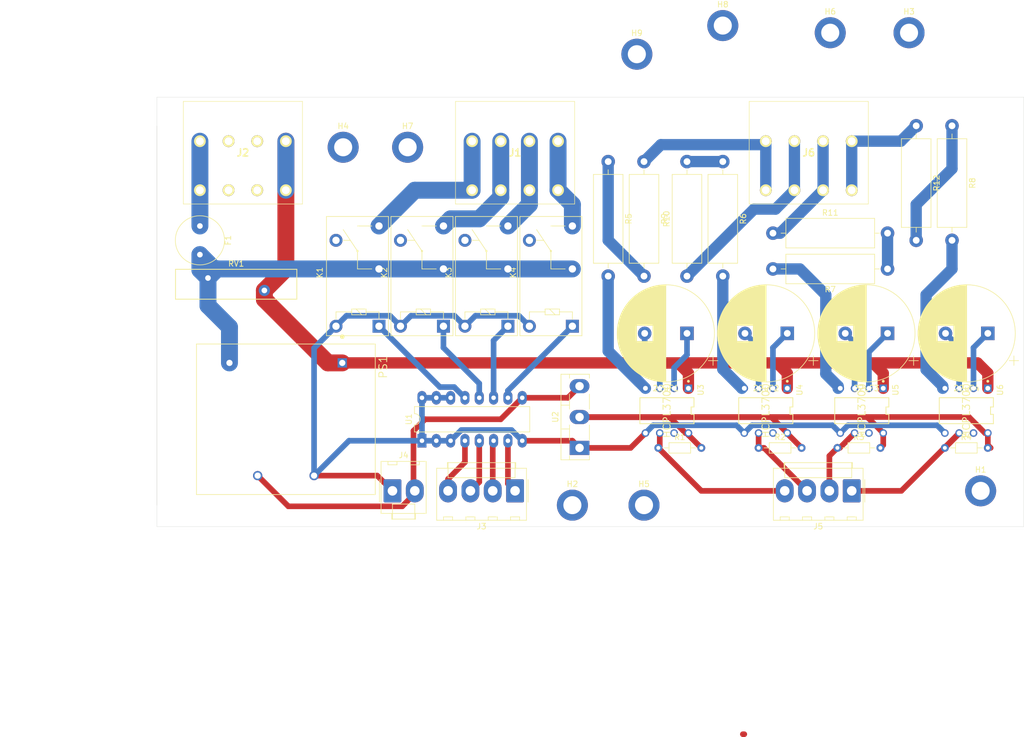
<source format=kicad_pcb>
(kicad_pcb (version 20171130) (host pcbnew "(5.1.6)-1")
  (layers (0 F.Cu signal) (31 B.Cu signal) (34 B.Paste user hide) (35 F.Paste user hide) (36 B.SilkS user hide) (37 F.SilkS user hide) (38 B.Mask user) (39 F.Mask user) (44 Edge.Cuts user))
  (net 0 "")
  (net 1 "220VAC(L)")
  (net 2 "220VAC(N)")
  (net 3 5V+)
  (net 4 "Net-(R5-Pad2)")
  (net 5 "Net-(R6-Pad2)")
  (net 6 3.3V+)
  (net 7 Sens4)
  (net 8 Sens3)
  (net 9 Sens2)
  (net 10 Sens1)
  (net 11 REO4)
  (net 12 REO3)
  (net 13 REO2)
  (net 14 REO1)
  (net 15 GPIO32)
  (net 16 "Net-(22uF1-Pad2)")
  (net 17 "Net-(22uF1-Pad1)")
  (net 18 "Net-(22uF2-Pad2)")
  (net 19 "Net-(22uF2-Pad1)")
  (net 20 "Net-(22uF3-Pad2)")
  (net 21 "Net-(22uF3-Pad1)")
  (net 22 "Net-(22uF4-Pad2)")
  (net 23 "Net-(22uF4-Pad1)")
  (net 24 "Net-(R11-Pad2)")
  (net 25 "Net-(R12-Pad2)")
  (net 26 "GND(5V)")
  (net 27 REI1)
  (net 28 REI2)
  (net 29 REI3)
  (net 30 REI4)
  (net 31 "Net-(F1-Pad1)")
  (net 32 "Net-(J5-Pad4)")
  (net 33 "Net-(J5-Pad3)")
  (net 34 "Net-(J5-Pad2)")
  (net 35 "Net-(J5-Pad1)")
  (net 36 "Net-(J3-Pad4)")
  (net 37 "Net-(J3-Pad3)")
  (net 38 "Net-(J3-Pad2)")
  (net 39 "Net-(J3-Pad1)")
  (net 40 "Net-(R5-Pad1)")
  (net 41 "Net-(R10-Pad2)")
  (net 42 "Net-(R7-Pad2)")
  (net 43 "Net-(R8-Pad2)")
  (module Resistor_THT:R_Axial_DIN0516_L15.5mm_D5.0mm_P20.32mm_Horizontal (layer F.Cu) (at 162.56 16.51 270)
    (fp_text reference R8 (at 10.16 -3.62 90) (layer F.SilkS))
    (fp_text value 47k)
    (pad 2 thru_hole oval (at 20.32 0 270) (size 2.4 2.4) (drill 1.2) (layers *.Cu *.Mask) (net 43 "Net-(R8-Pad2)"))
    (pad 1 thru_hole circle (at 0 0 270) (size 2.4 2.4) (drill 1.2) (layers *.Cu *.Mask) (net 25 "Net-(R12-Pad2)"))
  )
  (module Resistor_THT:R_Axial_DIN0516_L15.5mm_D5.0mm_P20.32mm_Horizontal (layer F.Cu) (at 156.21 16.51 270)
    (fp_text reference R12 (at 10.16 -3.62 90) (layer F.SilkS))
    (fp_text value 47k)
    (pad 2 thru_hole oval (at 20.32 0 270) (size 2.4 2.4) (drill 1.2) (layers *.Cu *.Mask) (net 25 "Net-(R12-Pad2)"))
    (pad 1 thru_hole circle (at 0 0 270) (size 2.4 2.4) (drill 1.2) (layers *.Cu *.Mask) (net 7 Sens4))
  )
  (module Resistor_THT:R_Axial_DIN0516_L15.5mm_D5.0mm_P20.32mm_Horizontal (layer F.Cu) (at 130.81 35.56)
    (fp_text reference R11 (at 10.16 -3.62) (layer F.SilkS))
    (fp_text value 47k)
    (pad 2 thru_hole oval (at 20.32 0) (size 2.4 2.4) (drill 1.2) (layers *.Cu *.Mask) (net 24 "Net-(R11-Pad2)"))
    (pad 1 thru_hole circle (at 0 0) (size 2.4 2.4) (drill 1.2) (layers *.Cu *.Mask) (net 8 Sens3))
  )
  (module Resistor_THT:R_Axial_DIN0516_L15.5mm_D5.0mm_P20.32mm_Horizontal (layer F.Cu) (at 115.57 43.18 90)
    (fp_text reference R10 (at 10.16 -3.62 90) (layer F.SilkS))
    (fp_text value 47k)
    (pad 2 thru_hole oval (at 20.32 0 90) (size 2.4 2.4) (drill 1.2) (layers *.Cu *.Mask) (net 41 "Net-(R10-Pad2)"))
    (pad 1 thru_hole circle (at 0 0 90) (size 2.4 2.4) (drill 1.2) (layers *.Cu *.Mask) (net 9 Sens2))
  )
  (module Resistor_THT:R_Axial_DIN0516_L15.5mm_D5.0mm_P20.32mm_Horizontal (layer F.Cu) (at 107.95 22.86 270)
    (fp_text reference R9 (at 10.16 -3.62 90) (layer F.SilkS))
    (fp_text value 47k)
    (pad 2 thru_hole oval (at 20.32 0 270) (size 2.4 2.4) (drill 1.2) (layers *.Cu *.Mask) (net 40 "Net-(R5-Pad1)"))
    (pad 1 thru_hole circle (at 0 0 270) (size 2.4 2.4) (drill 1.2) (layers *.Cu *.Mask) (net 10 Sens1))
  )
  (module Resistor_THT:R_Axial_DIN0516_L15.5mm_D5.0mm_P20.32mm_Horizontal (layer F.Cu) (at 151.13 41.91 180)
    (fp_text reference R7 (at 10.16 -3.62) (layer F.SilkS))
    (fp_text value 47k)
    (pad 2 thru_hole oval (at 20.32 0 180) (size 2.4 2.4) (drill 1.2) (layers *.Cu *.Mask) (net 42 "Net-(R7-Pad2)"))
    (pad 1 thru_hole circle (at 0 0 180) (size 2.4 2.4) (drill 1.2) (layers *.Cu *.Mask) (net 24 "Net-(R11-Pad2)"))
  )
  (module Resistor_THT:R_Axial_DIN0516_L15.5mm_D5.0mm_P20.32mm_Horizontal (layer F.Cu) (at 121.92 22.86 270)
    (fp_text reference R6 (at 10.16 -3.62 90) (layer F.SilkS))
    (fp_text value 47k)
    (pad 2 thru_hole oval (at 20.32 0 270) (size 2.4 2.4) (drill 1.2) (layers *.Cu *.Mask) (net 5 "Net-(R6-Pad2)"))
    (pad 1 thru_hole circle (at 0 0 270) (size 2.4 2.4) (drill 1.2) (layers *.Cu *.Mask) (net 41 "Net-(R10-Pad2)"))
  )
  (module Resistor_THT:R_Axial_DIN0516_L15.5mm_D5.0mm_P20.32mm_Horizontal (layer F.Cu) (at 101.6 22.86 270)
    (fp_text reference R5 (at 10.16 -3.62 90) (layer F.SilkS))
    (fp_text value 47k)
    (pad 2 thru_hole oval (at 20.32 0 270) (size 2.4 2.4) (drill 1.2) (layers *.Cu *.Mask) (net 4 "Net-(R5-Pad2)"))
    (pad 1 thru_hole circle (at 0 0 270) (size 2.4 2.4) (drill 1.2) (layers *.Cu *.Mask) (net 40 "Net-(R5-Pad1)"))
  )
  (module Package_TO_SOT_THT:TO-218-3_Vertical (layer F.Cu) (at 96.52 73.66 90)
    (fp_text reference U2 (at 5.475 -4.29 90) (layer F.SilkS))
    (fp_text value LD1117S33TR_SOT223)
    (pad 3 thru_hole oval (at 10.95 0 90) (size 2.5 3.5) (drill 1.5) (layers *.Cu *.Mask) (net 3 5V+))
    (pad 2 thru_hole oval (at 5.475 0 90) (size 2.5 3.5) (drill 1.5) (layers *.Cu *.Mask) (net 6 3.3V+))
    (pad 1 thru_hole rect (at 0 0 90) (size 2.5 3.5) (drill 1.5) (layers *.Cu *.Mask) (net 26 "GND(5V)"))
  )
  (module Connector_Molex:Molex_KK-396_A-41791-0004_1x04_P3.96mm_Vertical (layer F.Cu) (at 144.78 81.28 180)
    (fp_text reference J5 (at 5.94 -6.31) (layer F.SilkS))
    (fp_text value Conn_01x04)
    (pad 4 thru_hole oval (at 11.88 0 180) (size 3.16 4.1) (drill 1.7) (layers *.Cu *.Mask) (net 32 "Net-(J5-Pad4)"))
    (pad 3 thru_hole oval (at 7.92 0 180) (size 3.16 4.1) (drill 1.7) (layers *.Cu *.Mask) (net 33 "Net-(J5-Pad3)"))
    (pad 2 thru_hole oval (at 3.96 0 180) (size 3.16 4.1) (drill 1.7) (layers *.Cu *.Mask) (net 34 "Net-(J5-Pad2)"))
    (pad 1 thru_hole roundrect (at 0 0 180) (size 3.16 4.1) (drill 1.7) (layers *.Cu *.Mask) (roundrect_rratio 0.079114) (net 35 "Net-(J5-Pad1)"))
  )
  (module Connector_Molex:Molex_KK-396_A-41791-0004_1x04_P3.96mm_Vertical (layer F.Cu) (at 85.09 81.28 180)
    (fp_text reference J3 (at 5.94 -6.31) (layer F.SilkS))
    (fp_text value Conn_01x04)
    (pad 4 thru_hole oval (at 11.88 0 180) (size 3.16 4.1) (drill 1.7) (layers *.Cu *.Mask) (net 36 "Net-(J3-Pad4)"))
    (pad 3 thru_hole oval (at 7.92 0 180) (size 3.16 4.1) (drill 1.7) (layers *.Cu *.Mask) (net 37 "Net-(J3-Pad3)"))
    (pad 2 thru_hole oval (at 3.96 0 180) (size 3.16 4.1) (drill 1.7) (layers *.Cu *.Mask) (net 38 "Net-(J3-Pad2)"))
    (pad 1 thru_hole roundrect (at 0 0 180) (size 3.16 4.1) (drill 1.7) (layers *.Cu *.Mask) (roundrect_rratio 0.079114) (net 39 "Net-(J3-Pad1)"))
  )
  (module Connector_Molex:Molex_KK-396_A-41791-0002_1x02_P3.96mm_Vertical (layer F.Cu) (at 63.35 81.28)
    (fp_text reference J4 (at 1.98 -6.31) (layer F.SilkS))
    (fp_text value Conn_01x02)
    (pad 2 thru_hole oval (at 3.96 0) (size 3.16 4.1) (drill 1.7) (layers *.Cu *.Mask) (net 3 5V+))
    (pad 1 thru_hole roundrect (at 0 0) (size 3.16 4.1) (drill 1.7) (layers *.Cu *.Mask) (roundrect_rratio 0.079114) (net 26 "GND(5V)"))
  )
  (module Capacitor_THT:CP_Radial_D17.0mm_P7.50mm (layer F.Cu) (at 151.13 53.34 180)
    (fp_text reference 22uF3 (at 3.75 -9.75) (layer F.SilkS))
    (fp_text value CP_Small)
    (pad 2 thru_hole circle (at 7.5 0 180) (size 2.4 2.4) (drill 1.2) (layers *.Cu *.Mask) (net 20 "Net-(22uF3-Pad2)"))
    (pad 1 thru_hole rect (at 0 0 180) (size 2.4 2.4) (drill 1.2) (layers *.Cu *.Mask) (net 21 "Net-(22uF3-Pad1)"))
  )
  (module Capacitor_THT:CP_Radial_D17.0mm_P7.50mm (layer F.Cu) (at 168.91 53.34 180)
    (fp_text reference 22uF4 (at 3.75 -9.75) (layer F.SilkS))
    (fp_text value CP_Small)
    (pad 2 thru_hole circle (at 7.5 0 180) (size 2.4 2.4) (drill 1.2) (layers *.Cu *.Mask) (net 22 "Net-(22uF4-Pad2)"))
    (pad 1 thru_hole rect (at 0 0 180) (size 2.4 2.4) (drill 1.2) (layers *.Cu *.Mask) (net 23 "Net-(22uF4-Pad1)"))
  )
  (module Capacitor_THT:CP_Radial_D17.0mm_P7.50mm (layer F.Cu) (at 133.35 53.34 180)
    (fp_text reference 22uF2 (at 3.75 -9.75) (layer F.SilkS))
    (fp_text value CP_Small)
    (pad 2 thru_hole circle (at 7.5 0 180) (size 2.4 2.4) (drill 1.2) (layers *.Cu *.Mask) (net 18 "Net-(22uF2-Pad2)"))
    (pad 1 thru_hole rect (at 0 0 180) (size 2.4 2.4) (drill 1.2) (layers *.Cu *.Mask) (net 19 "Net-(22uF2-Pad1)"))
  )
  (module Capacitor_THT:CP_Radial_D17.0mm_P7.50mm (layer F.Cu) (at 115.57 53.34 180)
    (fp_text reference 22uF1 (at 3.75 -9.75) (layer F.SilkS))
    (fp_text value CP_Small)
    (pad 2 thru_hole circle (at 7.5 0 180) (size 2.4 2.4) (drill 1.2) (layers *.Cu *.Mask) (net 16 "Net-(22uF1-Pad2)"))
    (pad 1 thru_hole rect (at 0 0 180) (size 2.4 2.4) (drill 1.2) (layers *.Cu *.Mask) (net 17 "Net-(22uF1-Pad1)"))
  )
  (module rac05-05sk:277 (layer F.Cu) (at 44.45 68.58 270)
    (fp_text reference PS1 (at -9.255 -17.239 90) (layer F.SilkS) (effects (font (size 1.4 1.4))))
    (fp_text value RAC05-05SK_277)
    (pad 9 thru_hole circle (at 10 -5 270) (size 1.65 1.65) (drill 1.1) (layers *.Cu *.Mask) (net 26 "GND(5V)"))
    (pad 7 thru_hole circle (at 10 5 270) (size 1.65 1.65) (drill 1.1) (layers *.Cu *.Mask) (net 3 5V+))
    (pad 5 thru_hole circle (at -10 10 270) (size 1.65 1.65) (drill 1.1) (layers *.Cu *.Mask) (net 1 "220VAC(L)"))
    (pad 1 thru_hole rect (at -10 -10 270) (size 1.65 1.65) (drill 1.1) (layers *.Cu *.Mask) (net 2 "220VAC(N)"))
  )
  (module HCPL:ON_Semi-CASE_62605_ISSUE_P-0-0-0 (layer F.Cu) (at 165.1 67.056 270)
    (fp_text reference U6 (at -4.77 -5.995 90) (layer F.SilkS) (effects (justify right)))
    (fp_text value HCPL3700 (at 0 0 90) (layer F.SilkS) (effects (font (size 1.27 1.27))))
    (pad 8 thru_hole circle (at 3.97 -3.81 270) (size 1.35 1.35) (drill 0.85) (layers *.Cu) (net 6 3.3V+))
    (pad 7 thru_hole circle (at 3.97 -1.27 270) (size 1.35 1.35) (drill 0.85) (layers *.Cu))
    (pad 6 thru_hole circle (at 3.97 1.27 270) (size 1.35 1.35) (drill 0.85) (layers *.Cu) (net 35 "Net-(J5-Pad1)"))
    (pad 5 thru_hole circle (at 3.97 3.81 270) (size 1.35 1.35) (drill 0.85) (layers *.Cu) (net 26 "GND(5V)"))
    (pad 4 thru_hole circle (at -3.97 3.81 270) (size 1.35 1.35) (drill 0.85) (layers *.Cu) (net 43 "Net-(R8-Pad2)"))
    (pad 3 thru_hole circle (at -3.97 1.27 270) (size 1.35 1.35) (drill 0.85) (layers *.Cu) (net 22 "Net-(22uF4-Pad2)"))
    (pad 2 thru_hole circle (at -3.97 -1.27 270) (size 1.35 1.35) (drill 0.85) (layers *.Cu) (net 23 "Net-(22uF4-Pad1)"))
    (pad 1 thru_hole rect (at -3.97 -3.81 270) (size 1.35 1.35) (drill 0.85) (layers *.Cu) (net 2 "220VAC(N)"))
  )
  (module HCPL:ON_Semi-CASE_62605_ISSUE_P-0-0-0 (layer F.Cu) (at 146.558 67.056 270)
    (fp_text reference U5 (at -4.77 -5.995 90) (layer F.SilkS) (effects (justify right)))
    (fp_text value HCPL3700 (at 0 0 90) (layer F.SilkS) (effects (font (size 1.27 1.27))))
    (pad 8 thru_hole circle (at 3.97 -3.81 270) (size 1.35 1.35) (drill 0.85) (layers *.Cu) (net 6 3.3V+))
    (pad 7 thru_hole circle (at 3.97 -1.27 270) (size 1.35 1.35) (drill 0.85) (layers *.Cu))
    (pad 6 thru_hole circle (at 3.97 1.27 270) (size 1.35 1.35) (drill 0.85) (layers *.Cu) (net 34 "Net-(J5-Pad2)"))
    (pad 5 thru_hole circle (at 3.97 3.81 270) (size 1.35 1.35) (drill 0.85) (layers *.Cu) (net 26 "GND(5V)"))
    (pad 4 thru_hole circle (at -3.97 3.81 270) (size 1.35 1.35) (drill 0.85) (layers *.Cu) (net 42 "Net-(R7-Pad2)"))
    (pad 3 thru_hole circle (at -3.97 1.27 270) (size 1.35 1.35) (drill 0.85) (layers *.Cu) (net 20 "Net-(22uF3-Pad2)"))
    (pad 2 thru_hole circle (at -3.97 -1.27 270) (size 1.35 1.35) (drill 0.85) (layers *.Cu) (net 21 "Net-(22uF3-Pad1)"))
    (pad 1 thru_hole rect (at -3.97 -3.81 270) (size 1.35 1.35) (drill 0.85) (layers *.Cu) (net 2 "220VAC(N)"))
  )
  (module HCPL:ON_Semi-CASE_62605_ISSUE_P-0-0-0 (layer F.Cu) (at 129.54 67.056 270)
    (fp_text reference U4 (at -4.77 -5.995 90) (layer F.SilkS) (effects (justify right)))
    (fp_text value HCPL3700 (at 0 0 90) (layer F.SilkS) (effects (font (size 1.27 1.27))))
    (pad 8 thru_hole circle (at 3.97 -3.81 270) (size 1.35 1.35) (drill 0.85) (layers *.Cu) (net 6 3.3V+))
    (pad 7 thru_hole circle (at 3.97 -1.27 270) (size 1.35 1.35) (drill 0.85) (layers *.Cu))
    (pad 6 thru_hole circle (at 3.97 1.27 270) (size 1.35 1.35) (drill 0.85) (layers *.Cu) (net 33 "Net-(J5-Pad3)"))
    (pad 5 thru_hole circle (at 3.97 3.81 270) (size 1.35 1.35) (drill 0.85) (layers *.Cu) (net 26 "GND(5V)"))
    (pad 4 thru_hole circle (at -3.97 3.81 270) (size 1.35 1.35) (drill 0.85) (layers *.Cu) (net 5 "Net-(R6-Pad2)"))
    (pad 3 thru_hole circle (at -3.97 1.27 270) (size 1.35 1.35) (drill 0.85) (layers *.Cu) (net 18 "Net-(22uF2-Pad2)"))
    (pad 2 thru_hole circle (at -3.97 -1.27 270) (size 1.35 1.35) (drill 0.85) (layers *.Cu) (net 19 "Net-(22uF2-Pad1)"))
    (pad 1 thru_hole rect (at -3.97 -3.81 270) (size 1.35 1.35) (drill 0.85) (layers *.Cu) (net 2 "220VAC(N)"))
  )
  (module HCPL:ON_Semi-CASE_62605_ISSUE_P-0-0-0 (layer F.Cu) (at 112.014 67.056 270)
    (fp_text reference U3 (at -4.77 -5.995 90) (layer F.SilkS) (effects (justify right)))
    (fp_text value HCPL3700 (at 0 0 90) (layer F.SilkS) (effects (font (size 1.27 1.27))))
    (pad 8 thru_hole circle (at 3.97 -3.81 270) (size 1.35 1.35) (drill 0.85) (layers *.Cu) (net 6 3.3V+))
    (pad 7 thru_hole circle (at 3.97 -1.27 270) (size 1.35 1.35) (drill 0.85) (layers *.Cu))
    (pad 6 thru_hole circle (at 3.97 1.27 270) (size 1.35 1.35) (drill 0.85) (layers *.Cu) (net 32 "Net-(J5-Pad4)"))
    (pad 5 thru_hole circle (at 3.97 3.81 270) (size 1.35 1.35) (drill 0.85) (layers *.Cu) (net 26 "GND(5V)"))
    (pad 4 thru_hole circle (at -3.97 3.81 270) (size 1.35 1.35) (drill 0.85) (layers *.Cu) (net 4 "Net-(R5-Pad2)"))
    (pad 3 thru_hole circle (at -3.97 1.27 270) (size 1.35 1.35) (drill 0.85) (layers *.Cu) (net 16 "Net-(22uF1-Pad2)"))
    (pad 2 thru_hole circle (at -3.97 -1.27 270) (size 1.35 1.35) (drill 0.85) (layers *.Cu) (net 17 "Net-(22uF1-Pad1)"))
    (pad 1 thru_hole rect (at -3.97 -3.81 270) (size 1.35 1.35) (drill 0.85) (layers *.Cu) (net 2 "220VAC(N)"))
  )
  (module Resistor_THT:R_Axial_DIN0204_L3.6mm_D1.6mm_P7.62mm_Horizontal (layer F.Cu) (at 142.24 73.66)
    (fp_text reference R3 (at 3.81 -1.92) (layer F.SilkS))
    (fp_text value 10K)
    (pad 2 thru_hole oval (at 7.62 0) (size 1.4 1.4) (drill 0.7) (layers *.Cu *.Mask) (net 6 3.3V+))
    (pad 1 thru_hole circle (at 0 0) (size 1.4 1.4) (drill 0.7) (layers *.Cu *.Mask) (net 34 "Net-(J5-Pad2)"))
  )
  (module Resistor_THT:R_Axial_DIN0204_L3.6mm_D1.6mm_P7.62mm_Horizontal (layer F.Cu) (at 128.27 73.66)
    (fp_text reference R2 (at 3.81 -1.92) (layer F.SilkS))
    (fp_text value 10K)
    (pad 2 thru_hole oval (at 7.62 0) (size 1.4 1.4) (drill 0.7) (layers *.Cu *.Mask) (net 6 3.3V+))
    (pad 1 thru_hole circle (at 0 0) (size 1.4 1.4) (drill 0.7) (layers *.Cu *.Mask) (net 33 "Net-(J5-Pad3)"))
  )
  (module Resistor_THT:R_Axial_DIN0204_L3.6mm_D1.6mm_P7.62mm_Horizontal (layer F.Cu) (at 110.49 73.66)
    (fp_text reference R1 (at 3.81 -1.92) (layer F.SilkS))
    (fp_text value 10K)
    (pad 2 thru_hole oval (at 7.62 0) (size 1.4 1.4) (drill 0.7) (layers *.Cu *.Mask) (net 6 3.3V+))
    (pad 1 thru_hole circle (at 0 0) (size 1.4 1.4) (drill 0.7) (layers *.Cu *.Mask) (net 32 "Net-(J5-Pad4)"))
  )
  (module Resistor_THT:R_Axial_DIN0204_L3.6mm_D1.6mm_P7.62mm_Horizontal (layer F.Cu) (at 161.29 73.66)
    (fp_text reference R4 (at 3.81 -1.92) (layer F.SilkS))
    (fp_text value 10K)
    (pad 2 thru_hole oval (at 7.62 0) (size 1.4 1.4) (drill 0.7) (layers *.Cu *.Mask) (net 6 3.3V+))
    (pad 1 thru_hole circle (at 0 0) (size 1.4 1.4) (drill 0.7) (layers *.Cu *.Mask) (net 35 "Net-(J5-Pad1)"))
  )
  (module MountingHole:MountingHole_3.2mm_M3_ISO14580_Pad (layer F.Cu) (at 106.68 3.81)
    (fp_text reference H9 (at 0 -3.75) (layer F.SilkS))
    (fp_text value MountingHole_Pad)
    (pad 1 thru_hole circle (at 0 0) (size 5.5 5.5) (drill 3.2) (layers *.Cu *.Mask))
  )
  (module MountingHole:MountingHole_3.2mm_M3_ISO14580_Pad (layer F.Cu) (at 121.92 -1.27)
    (fp_text reference H8 (at 0 -3.75) (layer F.SilkS))
    (fp_text value MountingHole_Pad)
    (pad 1 thru_hole circle (at 0 0) (size 5.5 5.5) (drill 3.2) (layers *.Cu *.Mask))
  )
  (module MountingHole:MountingHole_3.2mm_M3_ISO14580_Pad (layer F.Cu) (at 66.04 20.32)
    (fp_text reference H7 (at 0 -3.75) (layer F.SilkS))
    (fp_text value MountingHole_Pad)
    (pad 1 thru_hole circle (at 0 0) (size 5.5 5.5) (drill 3.2) (layers *.Cu *.Mask))
  )
  (module MountingHole:MountingHole_3.2mm_M3_ISO14580_Pad (layer F.Cu) (at 154.94 0)
    (fp_text reference H3 (at 0 -3.75) (layer F.SilkS))
    (fp_text value MountingHole_Pad)
    (pad 1 thru_hole circle (at 0 0) (size 5.5 5.5) (drill 3.2) (layers *.Cu *.Mask))
  )
  (module MountingHole:MountingHole_3.2mm_M3_ISO14580_Pad (layer F.Cu) (at 140.97 0)
    (fp_text reference H6 (at 0 -3.75) (layer F.SilkS))
    (fp_text value MountingHole_Pad)
    (pad 1 thru_hole circle (at 0 0) (size 5.5 5.5) (drill 3.2) (layers *.Cu *.Mask))
  )
  (module MountingHole:MountingHole_3.2mm_M3_ISO14580_Pad (layer F.Cu) (at 95.25 83.82)
    (fp_text reference H2 (at 0 -3.75) (layer F.SilkS))
    (fp_text value MountingHole_Pad)
    (pad 1 thru_hole circle (at 0 0) (size 5.5 5.5) (drill 3.2) (layers *.Cu *.Mask))
  )
  (module MountingHole:MountingHole_3.2mm_M3_ISO14580_Pad (layer F.Cu) (at 107.95 83.82)
    (fp_text reference H5 (at 0 -3.75) (layer F.SilkS))
    (fp_text value MountingHole_Pad)
    (pad 1 thru_hole circle (at 0 0) (size 5.5 5.5) (drill 3.2) (layers *.Cu *.Mask))
  )
  (module MountingHole:MountingHole_3.2mm_M3_ISO14580_Pad (layer F.Cu) (at 167.64 81.28)
    (fp_text reference H1 (at 0 -3.75) (layer F.SilkS))
    (fp_text value MountingHole_Pad)
    (pad 1 thru_hole circle (at 0 0) (size 5.5 5.5) (drill 3.2) (layers *.Cu *.Mask))
  )
  (module MountingHole:MountingHole_3.2mm_M3_ISO14580_Pad (layer F.Cu) (at 54.61 20.32)
    (fp_text reference H4 (at 0 -3.75) (layer F.SilkS))
    (fp_text value MountingHole_Pad)
    (pad 1 thru_hole circle (at 0 0) (size 5.5 5.5) (drill 3.2) (layers *.Cu *.Mask))
  )
  (module Varistor:RV_Disc_D21.5mm_W5.3mm_P10mm (layer F.Cu) (at 40.64 45.72 180)
    (fp_text reference RV1 (at 5 4.75) (layer F.SilkS))
    (fp_text value Varistor)
    (pad 2 thru_hole circle (at 10 2.2 180) (size 2 2) (drill 1) (layers *.Cu *.Mask) (net 1 "220VAC(L)"))
    (pad 1 thru_hole circle (at 0 0 180) (size 2 2) (drill 1) (layers *.Cu *.Mask) (net 2 "220VAC(N)"))
  )
  (module Fuse:Fuse_Littelfuse_372_D8.50mm (layer F.Cu) (at 29.21 34.29 270)
    (fp_text reference F1 (at 2.54 -5 90) (layer F.SilkS))
    (fp_text value Fuse)
    (pad 2 thru_hole circle (at 5.08 0 270) (size 2 2) (drill 1) (layers *.Cu *.Mask) (net 1 "220VAC(L)"))
    (pad 1 thru_hole circle (at 0 0 270) (size 2 2) (drill 1) (layers *.Cu *.Mask) (net 31 "Net-(F1-Pad1)"))
  )
  (module Relay_THT:Relay_SPDT_Omron-G5Q-1 (layer F.Cu) (at 60.96 52.07 90)
    (fp_text reference K1 (at 9.5 -10.5 270) (layer F.SilkS))
    (fp_text value G5Q-1)
    (pad 5 thru_hole circle (at 0 -7.62 270) (size 2.3 2.3) (drill 1.3) (layers *.Cu *.Mask) (net 26 "GND(5V)"))
    (pad 4 thru_hole circle (at 15.24 -7.62 270) (size 2.3 2.3) (drill 1.3) (layers *.Cu *.Mask))
    (pad 3 thru_hole circle (at 17.78 0 270) (size 2.3 2.3) (drill 1.3) (layers *.Cu *.Mask) (net 14 REO1))
    (pad 2 thru_hole circle (at 10.16 0 270) (size 2.3 2.3) (drill 1.3) (layers *.Cu *.Mask) (net 1 "220VAC(L)"))
    (pad 1 thru_hole rect (at 0 0 270) (size 2.3 2.3) (drill 1.3) (layers *.Cu *.Mask) (net 27 REI1))
  )
  (module Relay_THT:Relay_SPDT_Omron-G5Q-1 (layer F.Cu) (at 72.39 52.07 90)
    (fp_text reference K2 (at 9.5 -10.5 270) (layer F.SilkS))
    (fp_text value G5Q-1)
    (pad 5 thru_hole circle (at 0 -7.62 270) (size 2.3 2.3) (drill 1.3) (layers *.Cu *.Mask) (net 26 "GND(5V)"))
    (pad 4 thru_hole circle (at 15.24 -7.62 270) (size 2.3 2.3) (drill 1.3) (layers *.Cu *.Mask))
    (pad 3 thru_hole circle (at 17.78 0 270) (size 2.3 2.3) (drill 1.3) (layers *.Cu *.Mask) (net 13 REO2))
    (pad 2 thru_hole circle (at 10.16 0 270) (size 2.3 2.3) (drill 1.3) (layers *.Cu *.Mask) (net 1 "220VAC(L)"))
    (pad 1 thru_hole rect (at 0 0 270) (size 2.3 2.3) (drill 1.3) (layers *.Cu *.Mask) (net 28 REI2))
  )
  (module Relay_THT:Relay_SPDT_Omron-G5Q-1 (layer F.Cu) (at 95.25 52.07 90)
    (fp_text reference K4 (at 9.5 -10.5 270) (layer F.SilkS))
    (fp_text value G5Q-1)
    (pad 5 thru_hole circle (at 0 -7.62 270) (size 2.3 2.3) (drill 1.3) (layers *.Cu *.Mask) (net 26 "GND(5V)"))
    (pad 4 thru_hole circle (at 15.24 -7.62 270) (size 2.3 2.3) (drill 1.3) (layers *.Cu *.Mask))
    (pad 3 thru_hole circle (at 17.78 0 270) (size 2.3 2.3) (drill 1.3) (layers *.Cu *.Mask) (net 11 REO4))
    (pad 2 thru_hole circle (at 10.16 0 270) (size 2.3 2.3) (drill 1.3) (layers *.Cu *.Mask) (net 1 "220VAC(L)"))
    (pad 1 thru_hole rect (at 0 0 270) (size 2.3 2.3) (drill 1.3) (layers *.Cu *.Mask) (net 30 REI4))
  )
  (module Relay_THT:Relay_SPDT_Omron-G5Q-1 (layer F.Cu) (at 83.82 52.07 90)
    (fp_text reference K3 (at 9.5 -10.5 270) (layer F.SilkS))
    (fp_text value G5Q-1)
    (pad 5 thru_hole circle (at 0 -7.62 270) (size 2.3 2.3) (drill 1.3) (layers *.Cu *.Mask) (net 26 "GND(5V)"))
    (pad 4 thru_hole circle (at 15.24 -7.62 270) (size 2.3 2.3) (drill 1.3) (layers *.Cu *.Mask))
    (pad 3 thru_hole circle (at 17.78 0 270) (size 2.3 2.3) (drill 1.3) (layers *.Cu *.Mask) (net 12 REO3))
    (pad 2 thru_hole circle (at 10.16 0 270) (size 2.3 2.3) (drill 1.3) (layers *.Cu *.Mask) (net 1 "220VAC(L)"))
    (pad 1 thru_hole rect (at 0 0 270) (size 2.3 2.3) (drill 1.3) (layers *.Cu *.Mask) (net 29 REI3))
  )
  (module Package_DIP:DIP-16_W7.62mm_LongPads (layer F.Cu) (at 68.58 72.39 90)
    (fp_text reference U1 (at 3.81 -2.33 90) (layer F.SilkS))
    (fp_text value ULN2003A)
    (pad 1 thru_hole rect (at 0 0 90) (size 2.4 1.6) (drill 0.8) (layers *.Cu *.Mask) (net 26 "GND(5V)"))
    (pad 9 thru_hole oval (at 7.62 17.78 90) (size 2.4 1.6) (drill 0.8) (layers *.Cu *.Mask) (net 3 5V+))
    (pad 2 thru_hole oval (at 0 2.54 90) (size 2.4 1.6) (drill 0.8) (layers *.Cu *.Mask) (net 26 "GND(5V)"))
    (pad 10 thru_hole oval (at 7.62 15.24 90) (size 2.4 1.6) (drill 0.8) (layers *.Cu *.Mask) (net 30 REI4))
    (pad 3 thru_hole oval (at 0 5.08 90) (size 2.4 1.6) (drill 0.8) (layers *.Cu *.Mask) (net 26 "GND(5V)"))
    (pad 11 thru_hole oval (at 7.62 12.7 90) (size 2.4 1.6) (drill 0.8) (layers *.Cu *.Mask) (net 29 REI3))
    (pad 4 thru_hole oval (at 0 7.62 90) (size 2.4 1.6) (drill 0.8) (layers *.Cu *.Mask) (net 36 "Net-(J3-Pad4)"))
    (pad 12 thru_hole oval (at 7.62 10.16 90) (size 2.4 1.6) (drill 0.8) (layers *.Cu *.Mask) (net 28 REI2))
    (pad 5 thru_hole oval (at 0 10.16 90) (size 2.4 1.6) (drill 0.8) (layers *.Cu *.Mask) (net 37 "Net-(J3-Pad3)"))
    (pad 13 thru_hole oval (at 7.62 7.62 90) (size 2.4 1.6) (drill 0.8) (layers *.Cu *.Mask) (net 27 REI1))
    (pad 6 thru_hole oval (at 0 12.7 90) (size 2.4 1.6) (drill 0.8) (layers *.Cu *.Mask) (net 38 "Net-(J3-Pad2)"))
    (pad 14 thru_hole oval (at 7.62 5.08 90) (size 2.4 1.6) (drill 0.8) (layers *.Cu *.Mask) (net 26 "GND(5V)"))
    (pad 7 thru_hole oval (at 0 15.24 90) (size 2.4 1.6) (drill 0.8) (layers *.Cu *.Mask) (net 39 "Net-(J3-Pad1)"))
    (pad 15 thru_hole oval (at 7.62 2.54 90) (size 2.4 1.6) (drill 0.8) (layers *.Cu *.Mask) (net 26 "GND(5V)"))
    (pad 8 thru_hole oval (at 0 17.78 90) (size 2.4 1.6) (drill 0.8) (layers *.Cu *.Mask) (net 26 "GND(5V)"))
    (pad 16 thru_hole oval (at 7.62 0 90) (size 2.4 1.6) (drill 0.8) (layers *.Cu *.Mask) (net 26 "GND(5V)"))
  )
  (module Phoenix_Conn:1017505 (layer F.Cu) (at 144.78 27.94 180)
    (fp_text reference J6 (at 7.62 6.65) (layer F.SilkS) (effects (font (size 1.27 1.27) (thickness 0.254))))
    (fp_text value 1017505 hide)
    (pad 8 thru_hole circle (at 15.24 8.7 270) (size 2.1 2.1) (drill 1.4) (layers *.Cu *.Mask F.SilkS) (net 10 Sens1))
    (pad 7 thru_hole circle (at 15.24 0 270) (size 2.1 2.1) (drill 1.4) (layers *.Cu *.Mask F.SilkS) (net 10 Sens1))
    (pad 6 thru_hole circle (at 10.16 8.7 270) (size 2.1 2.1) (drill 1.4) (layers *.Cu *.Mask F.SilkS) (net 9 Sens2))
    (pad 5 thru_hole circle (at 10.16 0 270) (size 2.1 2.1) (drill 1.4) (layers *.Cu *.Mask F.SilkS) (net 9 Sens2))
    (pad 4 thru_hole circle (at 5.08 8.7 270) (size 2.1 2.1) (drill 1.4) (layers *.Cu *.Mask F.SilkS) (net 8 Sens3))
    (pad 3 thru_hole circle (at 5.08 0 270) (size 2.1 2.1) (drill 1.4) (layers *.Cu *.Mask F.SilkS) (net 8 Sens3))
    (pad 2 thru_hole circle (at 0 8.7 270) (size 2.1 2.1) (drill 1.4) (layers *.Cu *.Mask F.SilkS) (net 7 Sens4))
    (pad 1 thru_hole circle (at 0 0 270) (size 2.1 2.1) (drill 1.4) (layers *.Cu *.Mask F.SilkS) (net 7 Sens4))
  )
  (module Phoenix_Conn:1017505 (layer F.Cu) (at 44.45 27.94 180)
    (fp_text reference J2 (at 7.62 6.65) (layer F.SilkS) (effects (font (size 1.27 1.27) (thickness 0.254))))
    (fp_text value 1017505 hide)
    (pad 8 thru_hole circle (at 15.24 8.7 270) (size 2.1 2.1) (drill 1.4) (layers *.Cu *.Mask F.SilkS) (net 31 "Net-(F1-Pad1)"))
    (pad 7 thru_hole circle (at 15.24 0 270) (size 2.1 2.1) (drill 1.4) (layers *.Cu *.Mask F.SilkS) (net 31 "Net-(F1-Pad1)"))
    (pad 6 thru_hole circle (at 10.16 8.7 270) (size 2.1 2.1) (drill 1.4) (layers *.Cu *.Mask F.SilkS))
    (pad 5 thru_hole circle (at 10.16 0 270) (size 2.1 2.1) (drill 1.4) (layers *.Cu *.Mask F.SilkS))
    (pad 4 thru_hole circle (at 5.08 8.7 270) (size 2.1 2.1) (drill 1.4) (layers *.Cu *.Mask F.SilkS))
    (pad 3 thru_hole circle (at 5.08 0 270) (size 2.1 2.1) (drill 1.4) (layers *.Cu *.Mask F.SilkS))
    (pad 2 thru_hole circle (at 0 8.7 270) (size 2.1 2.1) (drill 1.4) (layers *.Cu *.Mask F.SilkS) (net 2 "220VAC(N)"))
    (pad 1 thru_hole circle (at 0 0 270) (size 2.1 2.1) (drill 1.4) (layers *.Cu *.Mask F.SilkS) (net 2 "220VAC(N)"))
  )
  (module Phoenix_Conn:1017505 (layer F.Cu) (at 92.71 27.94 180)
    (fp_text reference J1 (at 7.62 6.65) (layer F.SilkS) (effects (font (size 1.27 1.27) (thickness 0.254))))
    (fp_text value 1017505 hide)
    (pad 8 thru_hole circle (at 15.24 8.7 270) (size 2.1 2.1) (drill 1.4) (layers *.Cu *.Mask F.SilkS) (net 14 REO1))
    (pad 7 thru_hole circle (at 15.24 0 270) (size 2.1 2.1) (drill 1.4) (layers *.Cu *.Mask F.SilkS) (net 14 REO1))
    (pad 6 thru_hole circle (at 10.16 8.7 270) (size 2.1 2.1) (drill 1.4) (layers *.Cu *.Mask F.SilkS) (net 13 REO2))
    (pad 5 thru_hole circle (at 10.16 0 270) (size 2.1 2.1) (drill 1.4) (layers *.Cu *.Mask F.SilkS) (net 13 REO2))
    (pad 4 thru_hole circle (at 5.08 8.7 270) (size 2.1 2.1) (drill 1.4) (layers *.Cu *.Mask F.SilkS) (net 12 REO3))
    (pad 3 thru_hole circle (at 5.08 0 270) (size 2.1 2.1) (drill 1.4) (layers *.Cu *.Mask F.SilkS) (net 12 REO3))
    (pad 2 thru_hole circle (at 0 8.7 270) (size 2.1 2.1) (drill 1.4) (layers *.Cu *.Mask F.SilkS) (net 11 REO4))
    (pad 1 thru_hole circle (at 0 0 270) (size 2.1 2.1) (drill 1.4) (layers *.Cu *.Mask F.SilkS) (net 11 REO4))
  )
  (gr_line (start 21.59 87.63) (end 21.59 11.43) (layer Edge.Cuts) (width 0.05))
  (gr_line (start 175.26 11.43) (end 21.59 11.43) (layer Edge.Cuts) (width 0.05))
  (gr_line (start 21.59 87.63) (end 175.26 87.63) (layer Edge.Cuts) (width 0.05))
  (gr_line (start 175.26 87.63) (end 175.26 11.43) (layer Edge.Cuts) (width 0.05))
  (gr_line (start 21.59 16.51) (end 21.59 83.82) (layer Edge.Cuts) (width 0.05))
  (segment (start 29.21 42.09) (end 30.64 43.52) (width 3) (layer B.Cu) (net 1))
  (segment (start 29.21 39.37) (end 29.21 42.09) (width 3) (layer B.Cu) (net 1))
  (segment (start 30.64 43.52) (end 32.25 41.91) (width 3) (layer B.Cu) (net 1))
  (segment (start 31.75 41.91) (end 32.25 41.91) (width 3) (layer B.Cu) (net 1))
  (segment (start 29.21 39.37) (end 31.75 41.91) (width 3) (layer B.Cu) (net 1))
  (segment (start 30.64 43.52) (end 30.64 48.42) (width 3) (layer B.Cu) (net 1))
  (segment (start 34.45 52.23) (end 34.45 58.58) (width 3) (layer B.Cu) (net 1))
  (segment (start 30.64 48.42) (end 34.45 52.23) (width 3) (layer B.Cu) (net 1))
  (segment (start 31.75 41.91) (end 95.25 41.91) (width 3) (layer B.Cu) (net 1))
  (segment (start 44.45 19.24) (end 44.45 27.94) (width 3) (layer B.Cu) (net 2))
  (segment (start 44.45 41.91) (end 40.64 45.72) (width 3) (layer F.Cu) (net 2))
  (segment (start 44.45 19.24) (end 44.45 41.91) (width 3) (layer F.Cu) (net 2))
  (segment (start 40.64 47.31) (end 51.91 58.58) (width 3) (layer F.Cu) (net 2))
  (segment (start 40.64 45.72) (end 40.64 47.31) (width 3) (layer F.Cu) (net 2))
  (segment (start 51.91 58.58) (end 54.45 58.58) (width 3) (layer F.Cu) (net 2))
  (segment (start 115.824 60.411) (end 115.824 63.086) (width 2) (layer F.Cu) (net 2))
  (segment (start 113.993 58.58) (end 115.824 60.411) (width 2) (layer F.Cu) (net 2))
  (segment (start 131.519 58.58) (end 133.35 60.411) (width 2) (layer F.Cu) (net 2))
  (segment (start 111.92 58.58) (end 131.519 58.58) (width 2) (layer F.Cu) (net 2))
  (segment (start 133.35 60.411) (end 133.35 63.086) (width 2) (layer F.Cu) (net 2))
  (segment (start 111.92 58.58) (end 113.993 58.58) (width 2) (layer F.Cu) (net 2))
  (segment (start 54.45 58.58) (end 111.92 58.58) (width 2) (layer F.Cu) (net 2))
  (segment (start 150.368 60.411) (end 150.368 63.086) (width 2) (layer F.Cu) (net 2))
  (segment (start 148.537 58.58) (end 150.368 60.411) (width 2) (layer F.Cu) (net 2))
  (segment (start 131.519 58.58) (end 148.537 58.58) (width 2) (layer F.Cu) (net 2))
  (segment (start 168.91 60.411) (end 168.91 63.086) (width 2) (layer F.Cu) (net 2))
  (segment (start 167.079 58.58) (end 168.91 60.411) (width 2) (layer F.Cu) (net 2))
  (segment (start 148.537 58.58) (end 167.079 58.58) (width 2) (layer F.Cu) (net 2))
  (segment (start 67.079999 70.629999) (end 69.129998 68.58) (width 1) (layer F.Cu) (net 3))
  (segment (start 82.55 68.58) (end 86.36 64.77) (width 1) (layer F.Cu) (net 3))
  (segment (start 69.129998 68.58) (end 82.55 68.58) (width 1) (layer F.Cu) (net 3))
  (segment (start 94.46 64.77) (end 96.52 62.71) (width 1) (layer F.Cu) (net 3))
  (segment (start 86.36 64.77) (end 94.46 64.77) (width 1) (layer F.Cu) (net 3))
  (segment (start 67.079999 81.049999) (end 67.079999 70.629999) (width 1) (layer F.Cu) (net 3))
  (segment (start 67.31 81.28) (end 67.079999 81.049999) (width 1) (layer F.Cu) (net 3))
  (segment (start 67.31 81.79352) (end 67.31 81.28) (width 1) (layer F.Cu) (net 3))
  (segment (start 65.07351 84.03001) (end 67.31 81.79352) (width 1) (layer F.Cu) (net 3))
  (segment (start 44.90001 84.03001) (end 65.07351 84.03001) (width 1) (layer F.Cu) (net 3))
  (segment (start 39.45 78.58) (end 44.90001 84.03001) (width 1) (layer F.Cu) (net 3))
  (segment (start 101.6 56.482) (end 107.014 61.896) (width 2) (layer B.Cu) (net 4))
  (segment (start 101.6 43.18) (end 101.6 56.482) (width 2) (layer B.Cu) (net 4))
  (segment (start 104.14 59.022) (end 107.014 61.896) (width 2) (layer B.Cu) (net 4))
  (segment (start 107.014 61.896) (end 108.204 63.086) (width 2) (layer B.Cu) (net 4))
  (segment (start 125.294999 63.064999) (end 125.294999 63.086) (width 2) (layer B.Cu) (net 5))
  (segment (start 121.92 43.18) (end 121.92 59.69) (width 2) (layer B.Cu) (net 5))
  (segment (start 121.92 59.69) (end 125.294999 63.064999) (width 2) (layer B.Cu) (net 5))
  (segment (start 112.478002 68.185) (end 115.319002 71.026) (width 1) (layer F.Cu) (net 6))
  (segment (start 115.319002 71.026) (end 115.824 71.026) (width 1) (layer F.Cu) (net 6))
  (segment (start 96.52 68.185) (end 112.478002 68.185) (width 1) (layer F.Cu) (net 6))
  (segment (start 115.824 71.374) (end 118.11 73.66) (width 1) (layer F.Cu) (net 6))
  (segment (start 115.824 71.026) (end 115.824 71.374) (width 1) (layer F.Cu) (net 6))
  (segment (start 130.509 68.185) (end 133.35 71.026) (width 1) (layer F.Cu) (net 6))
  (segment (start 96.52 68.185) (end 130.509 68.185) (width 1) (layer F.Cu) (net 6))
  (segment (start 147.527 68.185) (end 150.368 71.026) (width 1) (layer F.Cu) (net 6))
  (segment (start 96.52 68.185) (end 147.527 68.185) (width 1) (layer F.Cu) (net 6))
  (segment (start 168.405002 71.026) (end 168.91 71.026) (width 1) (layer F.Cu) (net 6))
  (segment (start 165.564002 68.185) (end 168.405002 71.026) (width 1) (layer F.Cu) (net 6))
  (segment (start 96.52 68.185) (end 165.564002 68.185) (width 1) (layer F.Cu) (net 6))
  (segment (start 168.91 73.152) (end 169.418 73.66) (width 1) (layer F.Cu) (net 6))
  (segment (start 168.91 71.026) (end 168.91 73.152) (width 1) (layer F.Cu) (net 6))
  (segment (start 133.35 71.12) (end 135.89 73.66) (width 1) (layer F.Cu) (net 6))
  (segment (start 133.35 71.026) (end 133.35 71.12) (width 1) (layer F.Cu) (net 6))
  (segment (start 150.368 73.152) (end 149.86 73.66) (width 1) (layer F.Cu) (net 6))
  (segment (start 150.368 71.026) (end 150.368 73.152) (width 1) (layer F.Cu) (net 6))
  (segment (start 144.78 19.24) (end 144.78 27.94) (width 2) (layer B.Cu) (net 7))
  (segment (start 153.48 19.24) (end 156.21 16.51) (width 2) (layer B.Cu) (net 7))
  (segment (start 144.78 19.24) (end 153.48 19.24) (width 2) (layer B.Cu) (net 7))
  (segment (start 139.7 27.94) (end 139.7 19.24) (width 2) (layer B.Cu) (net 8))
  (segment (start 132.08 35.56) (end 130.81 35.56) (width 2) (layer B.Cu) (net 8))
  (segment (start 139.7 27.94) (end 132.08 35.56) (width 2) (layer B.Cu) (net 8))
  (segment (start 134.62 27.94) (end 134.62 19.24) (width 2) (layer B.Cu) (net 9))
  (segment (start 95.25 30.48) (end 92.71 27.94) (width 3) (layer B.Cu) (net 11))
  (segment (start 95.25 34.29) (end 95.25 30.48) (width 3) (layer B.Cu) (net 11))
  (segment (start 92.71 27.94) (end 92.71 19.24) (width 3) (layer B.Cu) (net 11))
  (segment (start 87.63 30.48) (end 87.63 27.94) (width 3) (layer B.Cu) (net 12))
  (segment (start 83.82 34.29) (end 87.63 30.48) (width 3) (layer B.Cu) (net 12))
  (segment (start 87.63 27.94) (end 87.63 19.24) (width 3) (layer B.Cu) (net 12))
  (segment (start 72.39 34.29) (end 73.66 33.02) (width 3) (layer B.Cu) (net 13))
  (segment (start 73.66 33.02) (end 78.74 33.02) (width 3) (layer B.Cu) (net 13))
  (segment (start 82.55 29.21) (end 82.55 27.94) (width 3) (layer B.Cu) (net 13))
  (segment (start 78.74 33.02) (end 82.55 29.21) (width 3) (layer B.Cu) (net 13))
  (segment (start 82.55 27.94) (end 82.55 19.24) (width 3) (layer B.Cu) (net 13))
  (segment (start 67.31 27.94) (end 77.47 27.94) (width 3) (layer B.Cu) (net 14))
  (segment (start 60.96 34.29) (end 67.31 27.94) (width 3) (layer B.Cu) (net 14))
  (segment (start 77.47 27.94) (end 77.47 19.24) (width 3) (layer B.Cu) (net 14))
  (segment (start 160.904999 62.700999) (end 160.904999 63.086) (width 2) (layer B.Cu) (net 43))
  (segment (start 157.959999 59.755999) (end 160.904999 62.700999) (width 2) (layer B.Cu) (net 43))
  (segment (start 157.959999 46.510001) (end 157.959999 59.755999) (width 2) (layer B.Cu) (net 43))
  (segment (start 125.476 124.46) (end 125.73 124.46) (width 1) (layer F.Cu) (net 15))
  (segment (start 110.744 58.674) (end 108.07 56) (width 1) (layer B.Cu) (net 16))
  (segment (start 110.744 63.086) (end 110.744 58.674) (width 1) (layer B.Cu) (net 16))
  (segment (start 108.07 56) (end 108.07 53.34) (width 1) (layer B.Cu) (net 16))
  (segment (start 113.284 59.436) (end 115.57 57.15) (width 1) (layer B.Cu) (net 17))
  (segment (start 113.284 63.086) (end 113.284 59.436) (width 1) (layer B.Cu) (net 17))
  (segment (start 115.57 57.15) (end 115.57 53.34) (width 1) (layer B.Cu) (net 17))
  (segment (start 128.27 55.76) (end 125.85 53.34) (width 1) (layer B.Cu) (net 18))
  (segment (start 128.27 63.086) (end 128.27 55.76) (width 1) (layer B.Cu) (net 18))
  (segment (start 130.81 55.88) (end 133.35 53.34) (width 1) (layer B.Cu) (net 19))
  (segment (start 130.81 63.086) (end 130.81 55.88) (width 1) (layer B.Cu) (net 19))
  (segment (start 145.288 54.998) (end 143.63 53.34) (width 1) (layer B.Cu) (net 20))
  (segment (start 145.288 63.086) (end 145.288 54.998) (width 1) (layer B.Cu) (net 20))
  (segment (start 147.828 56.642) (end 151.13 53.34) (width 1) (layer B.Cu) (net 21))
  (segment (start 147.828 63.086) (end 147.828 56.642) (width 1) (layer B.Cu) (net 21))
  (segment (start 163.83 55.76) (end 161.41 53.34) (width 1) (layer B.Cu) (net 22))
  (segment (start 163.83 63.086) (end 163.83 55.76) (width 1) (layer B.Cu) (net 22))
  (segment (start 166.37 55.88) (end 168.91 53.34) (width 1) (layer B.Cu) (net 23))
  (segment (start 166.37 63.086) (end 166.37 55.88) (width 1) (layer B.Cu) (net 23))
  (segment (start 127.460001 31.289999) (end 115.57 43.18) (width 2) (layer B.Cu) (net 9))
  (segment (start 131.270001 31.289999) (end 127.460001 31.289999) (width 2) (layer B.Cu) (net 9))
  (segment (start 134.62 27.94) (end 131.270001 31.289999) (width 2) (layer B.Cu) (net 9))
  (segment (start 129.079999 19.859999) (end 110.950001 19.859999) (width 2) (layer B.Cu) (net 10))
  (segment (start 110.950001 19.859999) (end 107.95 22.86) (width 2) (layer B.Cu) (net 10))
  (segment (start 129.54 20.32) (end 129.079999 19.859999) (width 2) (layer B.Cu) (net 10))
  (segment (start 129.54 20.32) (end 129.54 27.94) (width 2) (layer B.Cu) (net 10))
  (segment (start 129.54 19.24) (end 129.54 20.32) (width 2) (layer B.Cu) (net 10))
  (segment (start 151.13 35.56) (end 151.13 41.91) (width 2) (layer B.Cu) (net 24))
  (segment (start 162.56 16.51) (end 162.56 24.13) (width 2) (layer B.Cu) (net 25))
  (segment (start 156.21 30.48) (end 156.21 36.83) (width 2) (layer B.Cu) (net 25))
  (segment (start 162.56 24.13) (end 156.21 30.48) (width 2) (layer B.Cu) (net 25))
  (segment (start 142.362999 62.700999) (end 142.362999 63.086) (width 2) (layer B.Cu) (net 42))
  (segment (start 140.179999 60.517999) (end 142.362999 62.700999) (width 2) (layer B.Cu) (net 42))
  (segment (start 140.179999 46.510001) (end 140.179999 60.517999) (width 2) (layer B.Cu) (net 42))
  (segment (start 124.354999 69.650999) (end 125.73 71.026) (width 1) (layer B.Cu) (net 26))
  (segment (start 109.579001 69.650999) (end 124.354999 69.650999) (width 1) (layer B.Cu) (net 26))
  (segment (start 108.204 71.026) (end 109.579001 69.650999) (width 1) (layer B.Cu) (net 26))
  (segment (start 141.372999 69.650999) (end 142.748 71.026) (width 1) (layer B.Cu) (net 26))
  (segment (start 127.105001 69.650999) (end 141.372999 69.650999) (width 1) (layer B.Cu) (net 26))
  (segment (start 125.73 71.026) (end 127.105001 69.650999) (width 1) (layer B.Cu) (net 26))
  (segment (start 144.123001 69.650999) (end 159.914999 69.650999) (width 1) (layer B.Cu) (net 26))
  (segment (start 159.914999 69.650999) (end 161.29 71.026) (width 1) (layer B.Cu) (net 26))
  (segment (start 142.748 71.026) (end 144.123001 69.650999) (width 1) (layer B.Cu) (net 26))
  (segment (start 55.64 72.39) (end 49.45 78.58) (width 1) (layer B.Cu) (net 26))
  (segment (start 68.58 72.39) (end 55.64 72.39) (width 1) (layer B.Cu) (net 26))
  (segment (start 75.56001 70.48999) (end 84.45999 70.48999) (width 1) (layer B.Cu) (net 26))
  (segment (start 84.45999 70.48999) (end 86.36 72.39) (width 1) (layer B.Cu) (net 26))
  (segment (start 73.66 72.39) (end 75.56001 70.48999) (width 1) (layer B.Cu) (net 26))
  (segment (start 73.66 72.39) (end 68.58 72.39) (width 1) (layer B.Cu) (net 26))
  (segment (start 73.66 64.77) (end 68.58 64.77) (width 1) (layer B.Cu) (net 26))
  (segment (start 68.58 64.77) (end 68.58 72.39) (width 1) (layer B.Cu) (net 26))
  (segment (start 85.779999 50.219999) (end 78.050001 50.219999) (width 1) (layer B.Cu) (net 26))
  (segment (start 78.050001 50.219999) (end 76.2 52.07) (width 1) (layer B.Cu) (net 26))
  (segment (start 87.63 52.07) (end 85.779999 50.219999) (width 1) (layer B.Cu) (net 26))
  (segment (start 66.620001 50.219999) (end 64.77 52.07) (width 1) (layer B.Cu) (net 26))
  (segment (start 74.349999 50.219999) (end 66.620001 50.219999) (width 1) (layer B.Cu) (net 26))
  (segment (start 76.2 52.07) (end 74.349999 50.219999) (width 1) (layer B.Cu) (net 26))
  (segment (start 55.190001 50.219999) (end 53.34 52.07) (width 1) (layer B.Cu) (net 26))
  (segment (start 62.919999 50.219999) (end 55.190001 50.219999) (width 1) (layer B.Cu) (net 26))
  (segment (start 64.77 52.07) (end 62.919999 50.219999) (width 1) (layer B.Cu) (net 26))
  (segment (start 49.45 55.96) (end 49.45 78.58) (width 1) (layer B.Cu) (net 26))
  (segment (start 53.34 52.07) (end 49.45 55.96) (width 1) (layer B.Cu) (net 26))
  (segment (start 60.65 78.58) (end 63.35 81.28) (width 1) (layer F.Cu) (net 26))
  (segment (start 49.45 78.58) (end 60.65 78.58) (width 1) (layer F.Cu) (net 26))
  (segment (start 95.25 72.39) (end 96.52 73.66) (width 1) (layer F.Cu) (net 26))
  (segment (start 86.36 72.39) (end 95.25 72.39) (width 1) (layer F.Cu) (net 26))
  (segment (start 105.57 73.66) (end 108.204 71.026) (width 1) (layer F.Cu) (net 26))
  (segment (start 96.52 73.66) (end 105.57 73.66) (width 1) (layer F.Cu) (net 26))
  (segment (start 71.75999 62.86999) (end 60.96 52.07) (width 1) (layer B.Cu) (net 27))
  (segment (start 74.29999 62.86999) (end 71.75999 62.86999) (width 1) (layer B.Cu) (net 27))
  (segment (start 76.2 64.77) (end 74.29999 62.86999) (width 1) (layer B.Cu) (net 27))
  (segment (start 78.74 64.77) (end 78.74 62.23) (width 1) (layer B.Cu) (net 28))
  (segment (start 72.39 55.88) (end 72.39 52.07) (width 1) (layer B.Cu) (net 28))
  (segment (start 78.74 62.23) (end 72.39 55.88) (width 1) (layer B.Cu) (net 28))
  (segment (start 81.28 54.61) (end 83.82 52.07) (width 1) (layer B.Cu) (net 29))
  (segment (start 81.28 64.77) (end 81.28 54.61) (width 1) (layer B.Cu) (net 29))
  (segment (start 83.82 63.5) (end 95.25 52.07) (width 1) (layer B.Cu) (net 30))
  (segment (start 83.82 64.77) (end 83.82 63.5) (width 1) (layer B.Cu) (net 30))
  (segment (start 29.21 19.24) (end 29.21 27.94) (width 3) (layer B.Cu) (net 31))
  (segment (start 29.21 34.29) (end 29.21 27.94) (width 3) (layer B.Cu) (net 31))
  (segment (start 76.2 72.39) (end 76.2 76.2) (width 1) (layer F.Cu) (net 36))
  (segment (start 73.21 79.19) (end 73.21 81.28) (width 1) (layer F.Cu) (net 36))
  (segment (start 76.2 76.2) (end 73.21 79.19) (width 1) (layer F.Cu) (net 36))
  (segment (start 78.74 79.71) (end 77.17 81.28) (width 1) (layer F.Cu) (net 37))
  (segment (start 78.74 72.39) (end 78.74 79.71) (width 1) (layer F.Cu) (net 37))
  (segment (start 81.13 72.54) (end 81.28 72.39) (width 1) (layer F.Cu) (net 38))
  (segment (start 81.13 81.28) (end 81.13 72.54) (width 1) (layer F.Cu) (net 38))
  (segment (start 83.82 80.01) (end 85.09 81.28) (width 1) (layer F.Cu) (net 39))
  (segment (start 83.82 72.39) (end 83.82 80.01) (width 1) (layer F.Cu) (net 39))
  (segment (start 110.744 73.406) (end 110.49 73.66) (width 1) (layer F.Cu) (net 32))
  (segment (start 110.744 71.026) (end 110.744 73.406) (width 1) (layer F.Cu) (net 32))
  (segment (start 118.11 81.28) (end 132.9 81.28) (width 1) (layer F.Cu) (net 32))
  (segment (start 110.49 73.66) (end 118.11 81.28) (width 1) (layer F.Cu) (net 32))
  (segment (start 128.27 71.026) (end 128.27 73.66) (width 1) (layer F.Cu) (net 33))
  (segment (start 129.24 73.66) (end 136.86 81.28) (width 1) (layer F.Cu) (net 33))
  (segment (start 128.27 73.66) (end 129.24 73.66) (width 1) (layer F.Cu) (net 33))
  (segment (start 140.82 75.08) (end 142.24 73.66) (width 1) (layer F.Cu) (net 34))
  (segment (start 140.82 81.28) (end 140.82 75.08) (width 1) (layer F.Cu) (net 34))
  (segment (start 142.654 73.66) (end 145.288 71.026) (width 1) (layer F.Cu) (net 34))
  (segment (start 142.24 73.66) (end 142.654 73.66) (width 1) (layer F.Cu) (net 34))
  (segment (start 153.576 81.28) (end 163.83 71.026) (width 1) (layer F.Cu) (net 35))
  (segment (start 144.78 81.28) (end 153.576 81.28) (width 1) (layer F.Cu) (net 35))
  (segment (start 163.83 71.12) (end 161.29 73.66) (width 1) (layer F.Cu) (net 35))
  (segment (start 163.83 71.026) (end 163.83 71.12) (width 1) (layer F.Cu) (net 35))
  (segment (start 101.6 36.83) (end 107.95 43.18) (width 2) (layer B.Cu) (net 40))
  (segment (start 101.6 22.86) (end 101.6 36.83) (width 2) (layer B.Cu) (net 40))
  (segment (start 121.92 22.86) (end 115.57 22.86) (width 2) (layer B.Cu) (net 41))
  (segment (start 135.579998 41.91) (end 140.179999 46.510001) (width 2) (layer B.Cu) (net 42))
  (segment (start 130.81 41.91) (end 135.579998 41.91) (width 2) (layer B.Cu) (net 42))
  (segment (start 162.56 41.91) (end 157.959999 46.510001) (width 2) (layer B.Cu) (net 43))
  (segment (start 162.56 36.83) (end 162.56 41.91) (width 2) (layer B.Cu) (net 43))
)
</source>
